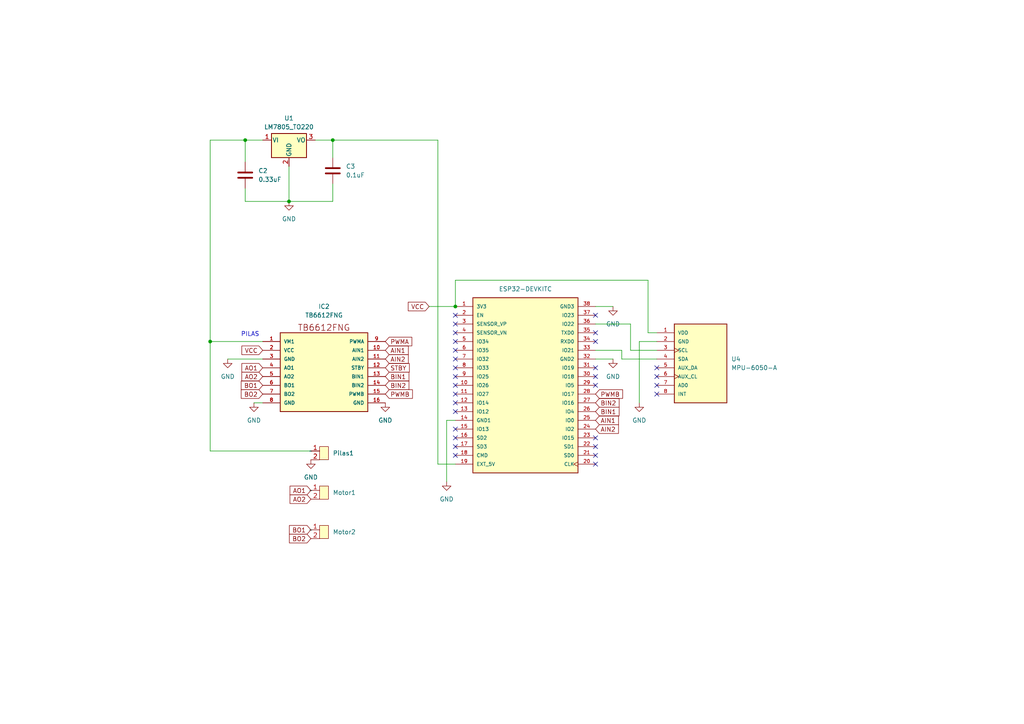
<source format=kicad_sch>
(kicad_sch (version 20230121) (generator eeschema)
  (paper "A4")
  (lib_symbols
    (symbol "Device:C" (pin_numbers hide) (pin_names (offset 0.254))
      (property "Reference" "C" (at 0.635 2.54 0))
      (property "Value" "C" (at 0.635 -2.54 0))
      (symbol "C_0_1"
        (polyline (pts (xy -2.032 -0.762) (xy 2.032 -0.762)) (stroke (width 0.508)))
        (polyline (pts (xy -2.032 0.762) (xy 2.032 0.762)) (stroke (width 0.508)))
      )
      (symbol "C_1_1"
        (pin passive line (at 0 3.81 270) (length 2.794) (name "~") (number "1"))
        (pin passive line (at 0 -3.81 90) (length 2.794) (name "~") (number "2"))
      )
    )
    (symbol "MPU-6050-A_1" (pin_names (offset 1.016))
      (property "Reference" "U" (at -12.7 21.082 0))
      (property "Value" "MPU-6050-A" (at -12.7 -22.86 0))
      (symbol "MPU-6050-A_1_0_0"
        (rectangle (start -12.7 17.78) (end 2.54 -5.08) (stroke (width 0.254)) (fill (type background)))
        (pin power_in line (at -17.78 15.24 0) (length 5.08) (name "VDD") (number "1"))
        (pin power_in line (at -17.78 12.7 0) (length 5.08) (name "GND") (number "2"))
        (pin input clock (at -17.78 10.16 0) (length 5.08) (name "SCL") (number "3"))
        (pin bidirectional line (at -17.78 7.62 0) (length 5.08) (name "SDA") (number "4"))
        (pin bidirectional line (at -17.78 5.08 0) (length 5.08) (name "AUX_DA") (number "5"))
        (pin output clock (at -17.78 2.54 0) (length 5.08) (name "AUX_CL") (number "6"))
        (pin input line (at -17.78 0 0) (length 5.08) (name "AD0") (number "7"))
        (pin output line (at -17.78 -2.54 0) (length 5.08) (name "INT") (number "8"))
      )
    )
    (symbol "Mi_Libreria:Conector_doble"
      (property "Reference" "U" (at 0 0 0))
      (symbol "Conector_doble_1_1"
        (rectangle (start 2.54 1.27) (end 5.08 -2.54) (fill (type background)))
        (pin bidirectional line (at 0 0 0) (length 2.54) (name "") (number "1"))
        (pin bidirectional line (at 0 -2.54 0) (length 2.54) (name "") (number "2"))
      )
    )
    (symbol "Mi_Libreria:ESP32-DEVKITC" (pin_names (offset 1.016))
      (property "Reference" "U" (at -15.2572 26.0643 0))
      (property "Value" "ESP32-DEVKITC" (at -15.2563 -27.9698 0))
      (property "Description" "\nESP32-WROOM-32UE series Transceiver; 802.11 b/g/n (Wi-Fi, WiFi, WLAN), Bluetooth ® Smart Ready 4.x Dual Mode Evaluation Board\n" (at 0 31.75 0))
      (property "Check_prices" "https://www.snapeda.com/parts/ESP32-DEVKITC/Espressif+Systems/view-part/?ref=eda" (at -1.27 -36.83 0))
      (property "SnapEDA_Link" "https://www.snapeda.com/parts/ESP32-DEVKITC/Espressif+Systems/view-part/?ref=snap" (at -1.27 -36.83 0))
      (symbol "ESP32-DEVKITC_0_0"
        (rectangle (start -15.24 25.4) (end 15.24 -25.4) (stroke (width 0.254)) (fill (type background)))
        (pin power_in line (at -20.32 22.86 0) (length 5.08) (name "3V3") (number "1"))
        (pin bidirectional line (at -20.32 0 0) (length 5.08) (name "IO26") (number "10"))
        (pin bidirectional line (at -20.32 -2.54 0) (length 5.08) (name "IO27") (number "11"))
        (pin bidirectional line (at -20.32 -5.08 0) (length 5.08) (name "IO14") (number "12"))
        (pin bidirectional line (at -20.32 -7.62 0) (length 5.08) (name "IO12") (number "13"))
        (pin power_in line (at -20.32 -10.16 0) (length 5.08) (name "GND1") (number "14"))
        (pin bidirectional line (at -20.32 -12.7 0) (length 5.08) (name "IO13") (number "15"))
        (pin bidirectional line (at -20.32 -15.24 0) (length 5.08) (name "SD2") (number "16"))
        (pin bidirectional line (at -20.32 -17.78 0) (length 5.08) (name "SD3") (number "17"))
        (pin bidirectional line (at -20.32 -20.32 0) (length 5.08) (name "CMD") (number "18"))
        (pin power_in line (at -20.32 -22.86 0) (length 5.08) (name "EXT_5V") (number "19"))
        (pin input line (at -20.32 20.32 0) (length 5.08) (name "EN") (number "2"))
        (pin input clock (at 20.32 -22.86 180) (length 5.08) (name "CLK") (number "20"))
        (pin bidirectional line (at 20.32 -20.32 180) (length 5.08) (name "SD0") (number "21"))
        (pin bidirectional line (at 20.32 -17.78 180) (length 5.08) (name "SD1") (number "22"))
        (pin bidirectional line (at 20.32 -15.24 180) (length 5.08) (name "IO15") (number "23"))
        (pin bidirectional line (at 20.32 -12.7 180) (length 5.08) (name "IO2") (number "24"))
        (pin bidirectional line (at 20.32 -10.16 180) (length 5.08) (name "IO0") (number "25"))
        (pin bidirectional line (at 20.32 -7.62 180) (length 5.08) (name "IO4") (number "26"))
        (pin bidirectional line (at 20.32 -5.08 180) (length 5.08) (name "IO16") (number "27"))
        (pin bidirectional line (at 20.32 -2.54 180) (length 5.08) (name "IO17") (number "28"))
        (pin bidirectional line (at 20.32 0 180) (length 5.08) (name "IO5") (number "29"))
        (pin input line (at -20.32 17.78 0) (length 5.08) (name "SENSOR_VP") (number "3"))
        (pin bidirectional line (at 20.32 2.54 180) (length 5.08) (name "IO18") (number "30"))
        (pin bidirectional line (at 20.32 5.08 180) (length 5.08) (name "IO19") (number "31"))
        (pin power_in line (at 20.32 7.62 180) (length 5.08) (name "GND2") (number "32"))
        (pin bidirectional line (at 20.32 10.16 180) (length 5.08) (name "IO21") (number "33"))
        (pin input line (at 20.32 12.7 180) (length 5.08) (name "RXD0") (number "34"))
        (pin output line (at 20.32 15.24 180) (length 5.08) (name "TXD0") (number "35"))
        (pin bidirectional line (at 20.32 17.78 180) (length 5.08) (name "IO22") (number "36"))
        (pin bidirectional line (at 20.32 20.32 180) (length 5.08) (name "IO23") (number "37"))
        (pin power_in line (at 20.32 22.86 180) (length 5.08) (name "GND3") (number "38"))
        (pin input line (at -20.32 15.24 0) (length 5.08) (name "SENSOR_VN") (number "4"))
        (pin bidirectional line (at -20.32 12.7 0) (length 5.08) (name "IO34") (number "5"))
        (pin bidirectional line (at -20.32 10.16 0) (length 5.08) (name "IO35") (number "6"))
        (pin bidirectional line (at -20.32 7.62 0) (length 5.08) (name "IO32") (number "7"))
        (pin bidirectional line (at -20.32 5.08 0) (length 5.08) (name "IO33") (number "8"))
        (pin bidirectional line (at -20.32 2.54 0) (length 5.08) (name "IO25") (number "9"))
      )
    )
    (symbol "Regulator_Linear:LM7805_TO220" (pin_names (offset 0.254))
      (property "Reference" "U" (at -3.81 3.175 0))
      (property "Value" "LM7805_TO220" (at 0 3.175 0))
      (symbol "LM7805_TO220_0_1"
        (rectangle (start -5.08 1.905) (end 5.08 -5.08) (stroke (width 0.254)) (fill (type background)))
      )
      (symbol "LM7805_TO220_1_1"
        (pin power_in line (at -7.62 0 0) (length 2.54) (name "VI") (number "1"))
        (pin power_in line (at 0 -7.62 90) (length 2.54) (name "GND") (number "2"))
        (pin power_out line (at 7.62 0 180) (length 2.54) (name "VO") (number "3"))
      )
    )
    (symbol "TB6612FNG_1" (pin_names (offset 1.016))
      (property "Reference" "IC" (at -2.54 -25.4 0))
      (property "Value" "TB6612FNG" (at 0 0 0))
      (symbol "TB6612FNG_1_0_0"
        (rectangle (start -12.7 20.32) (end 12.7 -2.54) (stroke (width 0.254)) (fill (type background)))
        (text "TB6612FNG" (at 7.62 22.86 0) (effects (font (size 1.778 1.778)) (justify right top)))
        (pin power_in line (at -17.78 17.78 0) (length 5.08) (name "VM1") (number "1"))
        (pin input line (at 17.78 15.24 180) (length 5.08) (name "AIN1") (number "10"))
        (pin input line (at 17.78 12.7 180) (length 5.08) (name "AIN2") (number "11"))
        (pin input line (at 17.78 10.16 180) (length 5.08) (name "STBY") (number "12"))
        (pin input line (at 17.78 7.62 180) (length 5.08) (name "BIN1") (number "13"))
        (pin input line (at 17.78 5.08 180) (length 5.08) (name "BIN2") (number "14"))
        (pin input line (at 17.78 2.54 180) (length 5.08) (name "PWMB") (number "15"))
        (pin power_in line (at 17.78 0 180) (length 5.08) (name "GND") (number "16"))
        (pin power_in line (at -17.78 15.24 0) (length 5.08) (name "VCC") (number "2"))
        (pin power_in line (at -17.78 12.7 0) (length 5.08) (name "GND") (number "3"))
        (pin output line (at -17.78 10.16 0) (length 5.08) (name "AO1") (number "4"))
        (pin output line (at -17.78 7.62 0) (length 5.08) (name "AO2") (number "5"))
        (pin output line (at -17.78 5.08 0) (length 5.08) (name "BO1") (number "6"))
        (pin output line (at -17.78 2.54 0) (length 5.08) (name "BO2") (number "7"))
        (pin power_in line (at -17.78 0 0) (length 5.08) (name "GND") (number "8"))
        (pin input line (at 17.78 17.78 180) (length 5.08) (name "PWMA") (number "9"))
      )
    )
    (symbol "power:GND" (power) (pin_names (offset 0))
      (property "Value" "GND" (at 0 -3.81 0))
      (symbol "GND_0_1"
        (polyline (pts (xy 0 0) (xy 0 -1.27) (xy 1.27 -1.27) (xy 0 -2.54) (xy -1.27 -1.27) (xy 0 -1.27)))
      )
      (symbol "GND_1_1"
        (pin power_in line (at 0 0 270) (length 0) hide (name "GND") (number "1"))
      )
    )
  )
  (junction (at 132.08 88.9))
  (junction (at 60.96 99.06))
  (junction (at 83.82 58.42))
  (junction (at 71.12 40.64))
  (junction (at 96.52 40.64))
  (no_connect (at 132.08 116.84))
  (no_connect (at 132.08 99.06))
  (no_connect (at 132.08 106.68))
  (no_connect (at 190.5 114.3))
  (no_connect (at 172.72 129.54))
  (no_connect (at 132.08 119.38))
  (no_connect (at 172.72 127))
  (no_connect (at 172.72 106.68))
  (no_connect (at 190.5 106.68))
  (no_connect (at 132.08 109.22))
  (no_connect (at 132.08 91.44))
  (no_connect (at 190.5 111.76))
  (no_connect (at 132.08 132.08))
  (no_connect (at 172.72 134.62))
  (no_connect (at 172.72 132.08))
  (no_connect (at 172.72 111.76))
  (no_connect (at 172.72 91.44))
  (no_connect (at 132.08 124.46))
  (no_connect (at 132.08 93.98))
  (no_connect (at 132.08 101.6))
  (no_connect (at 132.08 104.14))
  (no_connect (at 172.72 96.52))
  (no_connect (at 132.08 127))
  (no_connect (at 172.72 109.22))
  (no_connect (at 132.08 111.76))
  (no_connect (at 132.08 114.3))
  (no_connect (at 190.5 109.22))
  (no_connect (at 172.72 99.06))
  (no_connect (at 132.08 129.54))
  (no_connect (at 132.08 96.52))
  (wire (pts (xy 172.72 88.9) (xy 177.8 88.9)))
  (wire (pts (xy 71.12 40.64) (xy 76.2 40.64)))
  (wire (pts (xy 60.96 130.81) (xy 90.17 130.81)))
  (wire (pts (xy 96.52 40.64) (xy 127 40.64)))
  (wire (pts (xy 73.66 116.84) (xy 76.2 116.84)))
  (wire (pts (xy 185.42 99.06) (xy 185.42 116.84)))
  (wire (pts (xy 66.04 104.14) (xy 76.2 104.14)))
  (wire (pts (xy 96.52 40.64) (xy 91.44 40.64)))
  (wire (pts (xy 180.34 104.14) (xy 190.5 104.14)))
  (wire (pts (xy 83.82 48.26) (xy 83.82 58.42)))
  (wire (pts (xy 71.12 40.64) (xy 71.12 46.99)))
  (wire (pts (xy 71.12 40.64) (xy 60.96 40.64)))
  (wire (pts (xy 172.72 104.14) (xy 177.8 104.14)))
  (wire (pts (xy 132.08 88.9) (xy 132.08 81.28)))
  (wire (pts (xy 129.54 121.92) (xy 129.54 139.7)))
  (wire (pts (xy 182.88 101.6) (xy 190.5 101.6)))
  (wire (pts (xy 132.08 81.28) (xy 187.96 81.28)))
  (wire (pts (xy 124.46 88.9) (xy 132.08 88.9)))
  (wire (pts (xy 83.82 58.42) (xy 96.52 58.42)))
  (wire (pts (xy 172.72 93.98) (xy 182.88 93.98)))
  (wire (pts (xy 96.52 53.34) (xy 96.52 58.42)))
  (wire (pts (xy 132.08 121.92) (xy 129.54 121.92)))
  (wire (pts (xy 96.52 40.64) (xy 96.52 45.72)))
  (wire (pts (xy 182.88 93.98) (xy 182.88 101.6)))
  (wire (pts (xy 172.72 101.6) (xy 180.34 101.6)))
  (wire (pts (xy 60.96 40.64) (xy 60.96 99.06)))
  (wire (pts (xy 180.34 101.6) (xy 180.34 104.14)))
  (wire (pts (xy 60.96 99.06) (xy 60.96 130.81)))
  (wire (pts (xy 71.12 54.61) (xy 71.12 58.42)))
  (wire (pts (xy 187.96 81.28) (xy 187.96 96.52)))
  (wire (pts (xy 71.12 58.42) (xy 83.82 58.42)))
  (wire (pts (xy 127 40.64) (xy 127 134.62)))
  (wire (pts (xy 190.5 99.06) (xy 185.42 99.06)))
  (wire (pts (xy 187.96 96.52) (xy 190.5 96.52)))
  (wire (pts (xy 76.2 99.06) (xy 60.96 99.06)))
  (wire (pts (xy 127 134.62) (xy 132.08 134.62)))
  (text "PILAS" (at 69.85 97.79 0) (effects (font (size 1.27 1.27)) (justify left bottom)))
  (global_label "VCC" (shape input) (at 76.2 101.6 180) (property "Intersheetrefs" "${INTERSHEET_REFS}" (effects hide)))
  (global_label "PWMA" (shape input) (at 111.76 99.06 0) (property "Intersheetrefs" "${INTERSHEET_REFS}" (effects hide)))
  (global_label "BIN2" (shape input) (at 172.72 116.84 0) (property "Intersheetrefs" "${INTERSHEET_REFS}" (effects hide)))
  (global_label "AIN2" (shape input) (at 172.72 124.46 0) (property "Intersheetrefs" "${INTERSHEET_REFS}" (effects hide)))
  (global_label "BIN1" (shape input) (at 111.76 109.22 0) (property "Intersheetrefs" "${INTERSHEET_REFS}" (effects hide)))
  (global_label "AO1" (shape input) (at 76.2 106.68 180) (property "Intersheetrefs" "${INTERSHEET_REFS}" (effects hide)))
  (global_label "BO1" (shape input) (at 76.2 111.76 180) (property "Intersheetrefs" "${INTERSHEET_REFS}" (effects hide)))
  (global_label "BIN1" (shape input) (at 172.72 119.38 0) (property "Intersheetrefs" "${INTERSHEET_REFS}" (effects hide)))
  (global_label "STBY" (shape input) (at 111.76 106.68 0) (property "Intersheetrefs" "${INTERSHEET_REFS}" (effects hide)))
  (global_label "AIN1" (shape input) (at 172.72 121.92 0) (property "Intersheetrefs" "${INTERSHEET_REFS}" (effects hide)))
  (global_label "AO1" (shape input) (at 90.17 142.24 180) (property "Intersheetrefs" "${INTERSHEET_REFS}" (effects hide)))
  (global_label "BO2" (shape input) (at 76.2 114.3 180) (property "Intersheetrefs" "${INTERSHEET_REFS}" (effects hide)))
  (global_label "VCC" (shape input) (at 124.46 88.9 180) (property "Intersheetrefs" "${INTERSHEET_REFS}" (effects hide)))
  (global_label "BO2" (shape input) (at 90.17 156.21 180) (property "Intersheetrefs" "${INTERSHEET_REFS}" (effects hide)))
  (global_label "BO1" (shape input) (at 90.17 153.67 180) (property "Intersheetrefs" "${INTERSHEET_REFS}" (effects hide)))
  (global_label "BIN2" (shape input) (at 111.76 111.76 0) (property "Intersheetrefs" "${INTERSHEET_REFS}" (effects hide)))
  (global_label "AO2" (shape input) (at 90.17 144.78 180) (property "Intersheetrefs" "${INTERSHEET_REFS}" (effects hide)))
  (global_label "PWMB" (shape input) (at 111.76 114.3 0) (property "Intersheetrefs" "${INTERSHEET_REFS}" (effects hide)))
  (global_label "AIN1" (shape input) (at 111.76 101.6 0) (property "Intersheetrefs" "${INTERSHEET_REFS}" (effects hide)))
  (global_label "AO2" (shape input) (at 76.2 109.22 180) (property "Intersheetrefs" "${INTERSHEET_REFS}" (effects hide)))
  (global_label "AIN2" (shape input) (at 111.76 104.14 0) (property "Intersheetrefs" "${INTERSHEET_REFS}" (effects hide)))
  (global_label "PWMB" (shape input) (at 172.72 114.3 0) (property "Intersheetrefs" "${INTERSHEET_REFS}" (effects hide)))
  (symbol (lib_id "power:GND") (at 177.8 88.9 0) (unit 1)
    (property "Reference" "#PWR05" (effects hide))
    (property "Value" "GND" (at 177.8 93.98 0))
  )
  (symbol (lib_id "power:GND") (at 83.82 58.42 0) (unit 1)
    (property "Reference" "#PWR04" (effects hide))
    (property "Value" "GND" (at 83.82 63.5 0))
  )
  (symbol (lib_id "power:GND") (at 90.17 133.35 0) (unit 1)
    (property "Reference" "#PWR09" (effects hide))
    (property "Value" "GND" (at 90.17 138.43 0))
  )
  (symbol (lib_id "Mi_Libreria:Conector_doble") (at 90.17 153.67 0) (unit 1)
    (property "Reference" "Motor2" (at 96.52 154.305 0) (effects (justify left)))
    (property "Value" "~" (at 90.17 153.67 0))
    (property "Footprint" "Mi_Libreria2:Conector_doble" (effects hide))
  )
  (symbol (lib_name "MPU-6050-A_1") (lib_id "Mi_Libreria:MPU-6050-A") (at 208.28 111.76 0) (unit 1)
    (property "Reference" "U4" (at 212.09 104.14 0) (effects (justify left)))
    (property "Value" "MPU-6050-A" (at 212.09 106.68 0) (effects (justify left)))
    (property "Footprint" "Mi_Libreria2:MPU6050" (effects hide))
    (property "MF" "TDK InvenSense" (effects hide))
    (property "MAXIMUM_PACKAGE_HEIGHT" "0.95mm" (effects hide))
    (property "Package" "None" (effects hide))
    (property "Price" "None" (effects hide))
    (property "Check_prices" "https://www.snapeda.com/parts/MPU-6050-A/InvenSense/view-part/?ref=eda" (effects hide))
    (property "STANDARD" "IPC-7351B" (effects hide))
    (property "PARTREV" "3.4" (effects hide))
    (property "SnapEDA_Link" "https://www.snapeda.com/parts/MPU-6050-A/InvenSense/view-part/?ref=snap" (effects hide))
    (property "MP" "MPU-6050-A" (effects hide))
    (property "Description" "\n" (effects hide))
    (property "Availability" "Not in stock" (effects hide))
    (property "MANUFACTURER" "InvenSense" (effects hide))
  )
  (symbol (lib_id "power:GND") (at 66.04 104.14 0) (unit 1)
    (property "Reference" "#PWR08" (effects hide))
    (property "Value" "GND" (at 66.04 109.22 0))
  )
  (symbol (lib_id "Mi_Libreria:Conector_doble") (at 90.17 130.81 0) (unit 1)
    (property "Reference" "Pilas1" (at 96.52 131.445 0) (effects (justify left)))
    (property "Value" "~" (at 90.17 130.81 0))
    (property "Footprint" "Mi_Libreria2:Conector_doble" (effects hide))
  )
  (symbol (lib_id "Mi_Libreria:ESP32-DEVKITC") (at 152.4 111.76 0) (unit 1)
    (property "Reference" "U2" (effects hide))
    (property "Value" "ESP32-DEVKITC" (at 152.4 83.82 0))
    (property "Footprint" "Mi_Libreria2:MODULE_ESP32-DEVKITC" (effects hide))
    (property "MF" "Espressif Systems" (effects hide))
    (property "Description" "\nESP32-WROOM-32UE series Transceiver; 802.11 b/g/n (Wi-Fi, WiFi, WLAN), Bluetooth ® Smart Ready 4.x Dual Mode Evaluation Board\n" (effects hide))
    (property "Package" "None" (effects hide))
    (property "Price" "None" (effects hide))
    (property "Check_prices" "https://www.snapeda.com/parts/ESP32-DEVKITC/Espressif+Systems/view-part/?ref=eda" (effects hide))
    (property "STANDARD" "Manufacturer Recommendations" (effects hide))
    (property "PARTREV" "N/A" (effects hide))
    (property "SnapEDA_Link" "https://www.snapeda.com/parts/ESP32-DEVKITC/Espressif+Systems/view-part/?ref=snap" (effects hide))
    (property "MP" "ESP32-DEVKITC" (effects hide))
    (property "Availability" "In Stock" (effects hide))
    (property "MANUFACTURER" "ESPRESSIF" (effects hide))
  )
  (symbol (lib_id "Device:C") (at 71.12 50.8 0) (unit 1)
    (property "Reference" "C2" (at 74.93 49.53 0) (effects (justify left)))
    (property "Value" "0.33uF" (at 74.93 52.07 0) (effects (justify left)))
    (property "Footprint" "Capacitor_THT:CP_Radial_D8.0mm_P3.50mm" (effects hide))
  )
  (symbol (lib_id "power:GND") (at 129.54 139.7 0) (unit 1)
    (property "Reference" "#PWR02" (effects hide))
    (property "Value" "GND" (at 129.54 144.78 0))
  )
  (symbol (lib_id "power:GND") (at 73.66 116.84 0) (unit 1)
    (property "Reference" "#PWR01" (effects hide))
    (property "Value" "GND" (at 73.66 121.92 0))
  )
  (symbol (lib_id "power:GND") (at 185.42 116.84 0) (unit 1)
    (property "Reference" "#PWR03" (effects hide))
    (property "Value" "GND" (at 185.42 121.92 0))
  )
  (symbol (lib_name "TB6612FNG_1") (lib_id "Mi_Libreria:TB6612FNG") (at 93.98 116.84 0) (unit 1)
    (property "Reference" "IC2" (at 93.98 88.9 0))
    (property "Value" "TB6612FNG" (at 93.98 91.44 0))
    (property "Footprint" "Mi_Libreria2:TB6612FNG" (effects hide))
    (property "MF" "Toshiba" (effects hide))
    (property "Description" "\n- Motor Driver Power MOSFET Parallel 24-SSOP\n" (effects hide))
    (property "Package" "None" (effects hide))
    (property "Price" "None" (effects hide))
    (property "SnapEDA_Link" "https://www.snapeda.com/parts/TB6612FNG/Toshiba/view-part/?ref=snap" (effects hide))
    (property "MP" "TB6612FNG" (effects hide))
    (property "Purchase-URL" "https://www.snapeda.com/api/url_track_click_mouser/?unipart_id=6765825&manufacturer=Toshiba&part_name=TB6612FNG&search_term=tb6612fng" (effects hide))
    (property "Availability" "In Stock" (effects hide))
    (property "Check_prices" "https://www.snapeda.com/parts/TB6612FNG/Toshiba/view-part/?ref=eda" (effects hide))
  )
  (symbol (lib_id "Regulator_Linear:LM7805_TO220") (at 83.82 40.64 0) (unit 1)
    (property "Reference" "U1" (at 83.82 34.29 0))
    (property "Value" "LM7805_TO220" (at 83.82 36.83 0))
    (property "Footprint" "Package_TO_SOT_THT:TO-220-3_Vertical" (effects hide))
    (property "Datasheet" "https://www.onsemi.cn/PowerSolutions/document/MC7800-D.PDF" (effects hide))
  )
  (symbol (lib_id "Mi_Libreria:Conector_doble") (at 90.17 142.24 0) (unit 1)
    (property "Reference" "Motor1" (at 96.52 142.875 0) (effects (justify left)))
    (property "Value" "~" (at 90.17 142.24 0))
    (property "Footprint" "Mi_Libreria2:Conector_doble" (effects hide))
  )
  (symbol (lib_id "power:GND") (at 177.8 104.14 0) (unit 1)
    (property "Reference" "#PWR06" (effects hide))
    (property "Value" "GND" (at 177.8 109.22 0))
  )
  (symbol (lib_id "power:GND") (at 111.76 116.84 0) (unit 1)
    (property "Reference" "#PWR07" (effects hide))
    (property "Value" "GND" (at 111.76 121.92 0))
  )
  (symbol (lib_id "Device:C") (at 96.52 49.53 0) (unit 1)
    (property "Reference" "C3" (at 100.33 48.26 0) (effects (justify left)))
    (property "Value" "0.1uF" (at 100.33 50.8 0) (effects (justify left)))
    (property "Footprint" "Capacitor_THT:CP_Radial_D8.0mm_P3.50mm" (effects hide))
  )
)
</source>
